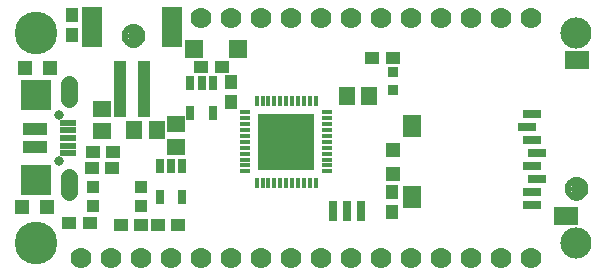
<source format=gbr>
G04 EAGLE Gerber RS-274X export*
G75*
%MOMM*%
%FSLAX34Y34*%
%LPD*%
%INSoldermask Top*%
%IPPOS*%
%AMOC8*
5,1,8,0,0,1.08239X$1,22.5*%
G01*
%ADD10C,2.641600*%
%ADD11R,1.601600X1.341600*%
%ADD12R,1.101600X1.201600*%
%ADD13R,1.201600X1.101600*%
%ADD14R,1.341600X1.601600*%
%ADD15R,1.301600X1.301600*%
%ADD16R,0.351600X0.901600*%
%ADD17R,0.901600X0.351600*%
%ADD18R,4.801600X4.801600*%
%ADD19C,1.101600*%
%ADD20C,0.500000*%
%ADD21R,1.101600X1.101600*%
%ADD22C,3.617600*%
%ADD23R,0.801600X1.801600*%
%ADD24C,0.801600*%
%ADD25R,2.601600X2.601600*%
%ADD26C,1.409600*%
%ADD27R,2.101600X1.101600*%
%ADD28R,1.450000X0.500000*%
%ADD29R,0.651600X1.301600*%
%ADD30R,1.501600X1.501600*%
%ADD31C,1.778000*%
%ADD32R,1.101600X4.701600*%
%ADD33R,1.701600X3.501600*%
%ADD34R,2.001600X1.501600*%
%ADD35R,1.501600X1.901600*%
%ADD36R,1.601600X0.801600*%
%ADD37R,0.901600X0.901600*%


D10*
X482600Y203200D03*
X482600Y25400D03*
D11*
X80880Y120090D03*
X80880Y139090D03*
D12*
X190670Y144410D03*
X190670Y161410D03*
D11*
X143660Y125740D03*
X143660Y106740D03*
D13*
X73690Y102680D03*
X90690Y102680D03*
X72998Y88787D03*
X89998Y88787D03*
D14*
X307728Y149556D03*
X288728Y149556D03*
D15*
X15950Y173590D03*
X36950Y173590D03*
D16*
X212182Y76266D03*
X217182Y76266D03*
X222182Y76266D03*
X227182Y76266D03*
X232182Y76266D03*
X237182Y76266D03*
X242182Y76266D03*
X247182Y76266D03*
X252182Y76266D03*
X257182Y76266D03*
X262182Y76266D03*
D17*
X271932Y86016D03*
X271932Y91016D03*
X271932Y96016D03*
X271932Y101016D03*
X271932Y106016D03*
X271932Y111016D03*
X271932Y116016D03*
X271932Y121016D03*
X271932Y126016D03*
X271932Y131016D03*
X271932Y136016D03*
D16*
X262182Y145766D03*
X257182Y145766D03*
X252182Y145766D03*
X247182Y145766D03*
X242182Y145766D03*
X237182Y145766D03*
X232182Y145766D03*
X227182Y145766D03*
X222182Y145766D03*
X217182Y145766D03*
X212182Y145766D03*
D17*
X202432Y136016D03*
X202432Y131016D03*
X202432Y126016D03*
X202432Y121016D03*
X202432Y116016D03*
X202432Y111016D03*
X202432Y106016D03*
X202432Y101016D03*
X202432Y96016D03*
X202432Y91016D03*
X202432Y86016D03*
D18*
X237182Y111016D03*
D13*
X97418Y40906D03*
X114418Y40906D03*
D12*
X55880Y218050D03*
X55880Y201050D03*
D19*
X107950Y200660D03*
D20*
X115450Y200660D02*
X115448Y200841D01*
X115441Y201022D01*
X115430Y201203D01*
X115415Y201384D01*
X115395Y201564D01*
X115371Y201744D01*
X115343Y201923D01*
X115310Y202101D01*
X115273Y202278D01*
X115232Y202455D01*
X115187Y202630D01*
X115137Y202805D01*
X115083Y202978D01*
X115025Y203149D01*
X114963Y203320D01*
X114896Y203488D01*
X114826Y203655D01*
X114752Y203821D01*
X114673Y203984D01*
X114591Y204145D01*
X114505Y204305D01*
X114415Y204462D01*
X114321Y204617D01*
X114224Y204770D01*
X114122Y204920D01*
X114018Y205068D01*
X113909Y205214D01*
X113798Y205356D01*
X113682Y205496D01*
X113564Y205633D01*
X113442Y205768D01*
X113317Y205899D01*
X113189Y206027D01*
X113058Y206152D01*
X112923Y206274D01*
X112786Y206392D01*
X112646Y206508D01*
X112504Y206619D01*
X112358Y206728D01*
X112210Y206832D01*
X112060Y206934D01*
X111907Y207031D01*
X111752Y207125D01*
X111595Y207215D01*
X111435Y207301D01*
X111274Y207383D01*
X111111Y207462D01*
X110945Y207536D01*
X110778Y207606D01*
X110610Y207673D01*
X110439Y207735D01*
X110268Y207793D01*
X110095Y207847D01*
X109920Y207897D01*
X109745Y207942D01*
X109568Y207983D01*
X109391Y208020D01*
X109213Y208053D01*
X109034Y208081D01*
X108854Y208105D01*
X108674Y208125D01*
X108493Y208140D01*
X108312Y208151D01*
X108131Y208158D01*
X107950Y208160D01*
X115450Y200660D02*
X115448Y200479D01*
X115441Y200298D01*
X115430Y200117D01*
X115415Y199936D01*
X115395Y199756D01*
X115371Y199576D01*
X115343Y199397D01*
X115310Y199219D01*
X115273Y199042D01*
X115232Y198865D01*
X115187Y198690D01*
X115137Y198515D01*
X115083Y198342D01*
X115025Y198171D01*
X114963Y198000D01*
X114896Y197832D01*
X114826Y197665D01*
X114752Y197499D01*
X114673Y197336D01*
X114591Y197175D01*
X114505Y197015D01*
X114415Y196858D01*
X114321Y196703D01*
X114224Y196550D01*
X114122Y196400D01*
X114018Y196252D01*
X113909Y196106D01*
X113798Y195964D01*
X113682Y195824D01*
X113564Y195687D01*
X113442Y195552D01*
X113317Y195421D01*
X113189Y195293D01*
X113058Y195168D01*
X112923Y195046D01*
X112786Y194928D01*
X112646Y194812D01*
X112504Y194701D01*
X112358Y194592D01*
X112210Y194488D01*
X112060Y194386D01*
X111907Y194289D01*
X111752Y194195D01*
X111595Y194105D01*
X111435Y194019D01*
X111274Y193937D01*
X111111Y193858D01*
X110945Y193784D01*
X110778Y193714D01*
X110610Y193647D01*
X110439Y193585D01*
X110268Y193527D01*
X110095Y193473D01*
X109920Y193423D01*
X109745Y193378D01*
X109568Y193337D01*
X109391Y193300D01*
X109213Y193267D01*
X109034Y193239D01*
X108854Y193215D01*
X108674Y193195D01*
X108493Y193180D01*
X108312Y193169D01*
X108131Y193162D01*
X107950Y193160D01*
X107769Y193162D01*
X107588Y193169D01*
X107407Y193180D01*
X107226Y193195D01*
X107046Y193215D01*
X106866Y193239D01*
X106687Y193267D01*
X106509Y193300D01*
X106332Y193337D01*
X106155Y193378D01*
X105980Y193423D01*
X105805Y193473D01*
X105632Y193527D01*
X105461Y193585D01*
X105290Y193647D01*
X105122Y193714D01*
X104955Y193784D01*
X104789Y193858D01*
X104626Y193937D01*
X104465Y194019D01*
X104305Y194105D01*
X104148Y194195D01*
X103993Y194289D01*
X103840Y194386D01*
X103690Y194488D01*
X103542Y194592D01*
X103396Y194701D01*
X103254Y194812D01*
X103114Y194928D01*
X102977Y195046D01*
X102842Y195168D01*
X102711Y195293D01*
X102583Y195421D01*
X102458Y195552D01*
X102336Y195687D01*
X102218Y195824D01*
X102102Y195964D01*
X101991Y196106D01*
X101882Y196252D01*
X101778Y196400D01*
X101676Y196550D01*
X101579Y196703D01*
X101485Y196858D01*
X101395Y197015D01*
X101309Y197175D01*
X101227Y197336D01*
X101148Y197499D01*
X101074Y197665D01*
X101004Y197832D01*
X100937Y198000D01*
X100875Y198171D01*
X100817Y198342D01*
X100763Y198515D01*
X100713Y198690D01*
X100668Y198865D01*
X100627Y199042D01*
X100590Y199219D01*
X100557Y199397D01*
X100529Y199576D01*
X100505Y199756D01*
X100485Y199936D01*
X100470Y200117D01*
X100459Y200298D01*
X100452Y200479D01*
X100450Y200660D01*
X100452Y200841D01*
X100459Y201022D01*
X100470Y201203D01*
X100485Y201384D01*
X100505Y201564D01*
X100529Y201744D01*
X100557Y201923D01*
X100590Y202101D01*
X100627Y202278D01*
X100668Y202455D01*
X100713Y202630D01*
X100763Y202805D01*
X100817Y202978D01*
X100875Y203149D01*
X100937Y203320D01*
X101004Y203488D01*
X101074Y203655D01*
X101148Y203821D01*
X101227Y203984D01*
X101309Y204145D01*
X101395Y204305D01*
X101485Y204462D01*
X101579Y204617D01*
X101676Y204770D01*
X101778Y204920D01*
X101882Y205068D01*
X101991Y205214D01*
X102102Y205356D01*
X102218Y205496D01*
X102336Y205633D01*
X102458Y205768D01*
X102583Y205899D01*
X102711Y206027D01*
X102842Y206152D01*
X102977Y206274D01*
X103114Y206392D01*
X103254Y206508D01*
X103396Y206619D01*
X103542Y206728D01*
X103690Y206832D01*
X103840Y206934D01*
X103993Y207031D01*
X104148Y207125D01*
X104305Y207215D01*
X104465Y207301D01*
X104626Y207383D01*
X104789Y207462D01*
X104955Y207536D01*
X105122Y207606D01*
X105290Y207673D01*
X105461Y207735D01*
X105632Y207793D01*
X105805Y207847D01*
X105980Y207897D01*
X106155Y207942D01*
X106332Y207983D01*
X106509Y208020D01*
X106687Y208053D01*
X106866Y208081D01*
X107046Y208105D01*
X107226Y208125D01*
X107407Y208140D01*
X107588Y208151D01*
X107769Y208158D01*
X107950Y208160D01*
D19*
X483072Y71190D03*
D20*
X490572Y71190D02*
X490570Y71371D01*
X490563Y71552D01*
X490552Y71733D01*
X490537Y71914D01*
X490517Y72094D01*
X490493Y72274D01*
X490465Y72453D01*
X490432Y72631D01*
X490395Y72808D01*
X490354Y72985D01*
X490309Y73160D01*
X490259Y73335D01*
X490205Y73508D01*
X490147Y73679D01*
X490085Y73850D01*
X490018Y74018D01*
X489948Y74185D01*
X489874Y74351D01*
X489795Y74514D01*
X489713Y74675D01*
X489627Y74835D01*
X489537Y74992D01*
X489443Y75147D01*
X489346Y75300D01*
X489244Y75450D01*
X489140Y75598D01*
X489031Y75744D01*
X488920Y75886D01*
X488804Y76026D01*
X488686Y76163D01*
X488564Y76298D01*
X488439Y76429D01*
X488311Y76557D01*
X488180Y76682D01*
X488045Y76804D01*
X487908Y76922D01*
X487768Y77038D01*
X487626Y77149D01*
X487480Y77258D01*
X487332Y77362D01*
X487182Y77464D01*
X487029Y77561D01*
X486874Y77655D01*
X486717Y77745D01*
X486557Y77831D01*
X486396Y77913D01*
X486233Y77992D01*
X486067Y78066D01*
X485900Y78136D01*
X485732Y78203D01*
X485561Y78265D01*
X485390Y78323D01*
X485217Y78377D01*
X485042Y78427D01*
X484867Y78472D01*
X484690Y78513D01*
X484513Y78550D01*
X484335Y78583D01*
X484156Y78611D01*
X483976Y78635D01*
X483796Y78655D01*
X483615Y78670D01*
X483434Y78681D01*
X483253Y78688D01*
X483072Y78690D01*
X490572Y71190D02*
X490570Y71009D01*
X490563Y70828D01*
X490552Y70647D01*
X490537Y70466D01*
X490517Y70286D01*
X490493Y70106D01*
X490465Y69927D01*
X490432Y69749D01*
X490395Y69572D01*
X490354Y69395D01*
X490309Y69220D01*
X490259Y69045D01*
X490205Y68872D01*
X490147Y68701D01*
X490085Y68530D01*
X490018Y68362D01*
X489948Y68195D01*
X489874Y68029D01*
X489795Y67866D01*
X489713Y67705D01*
X489627Y67545D01*
X489537Y67388D01*
X489443Y67233D01*
X489346Y67080D01*
X489244Y66930D01*
X489140Y66782D01*
X489031Y66636D01*
X488920Y66494D01*
X488804Y66354D01*
X488686Y66217D01*
X488564Y66082D01*
X488439Y65951D01*
X488311Y65823D01*
X488180Y65698D01*
X488045Y65576D01*
X487908Y65458D01*
X487768Y65342D01*
X487626Y65231D01*
X487480Y65122D01*
X487332Y65018D01*
X487182Y64916D01*
X487029Y64819D01*
X486874Y64725D01*
X486717Y64635D01*
X486557Y64549D01*
X486396Y64467D01*
X486233Y64388D01*
X486067Y64314D01*
X485900Y64244D01*
X485732Y64177D01*
X485561Y64115D01*
X485390Y64057D01*
X485217Y64003D01*
X485042Y63953D01*
X484867Y63908D01*
X484690Y63867D01*
X484513Y63830D01*
X484335Y63797D01*
X484156Y63769D01*
X483976Y63745D01*
X483796Y63725D01*
X483615Y63710D01*
X483434Y63699D01*
X483253Y63692D01*
X483072Y63690D01*
X482891Y63692D01*
X482710Y63699D01*
X482529Y63710D01*
X482348Y63725D01*
X482168Y63745D01*
X481988Y63769D01*
X481809Y63797D01*
X481631Y63830D01*
X481454Y63867D01*
X481277Y63908D01*
X481102Y63953D01*
X480927Y64003D01*
X480754Y64057D01*
X480583Y64115D01*
X480412Y64177D01*
X480244Y64244D01*
X480077Y64314D01*
X479911Y64388D01*
X479748Y64467D01*
X479587Y64549D01*
X479427Y64635D01*
X479270Y64725D01*
X479115Y64819D01*
X478962Y64916D01*
X478812Y65018D01*
X478664Y65122D01*
X478518Y65231D01*
X478376Y65342D01*
X478236Y65458D01*
X478099Y65576D01*
X477964Y65698D01*
X477833Y65823D01*
X477705Y65951D01*
X477580Y66082D01*
X477458Y66217D01*
X477340Y66354D01*
X477224Y66494D01*
X477113Y66636D01*
X477004Y66782D01*
X476900Y66930D01*
X476798Y67080D01*
X476701Y67233D01*
X476607Y67388D01*
X476517Y67545D01*
X476431Y67705D01*
X476349Y67866D01*
X476270Y68029D01*
X476196Y68195D01*
X476126Y68362D01*
X476059Y68530D01*
X475997Y68701D01*
X475939Y68872D01*
X475885Y69045D01*
X475835Y69220D01*
X475790Y69395D01*
X475749Y69572D01*
X475712Y69749D01*
X475679Y69927D01*
X475651Y70106D01*
X475627Y70286D01*
X475607Y70466D01*
X475592Y70647D01*
X475581Y70828D01*
X475574Y71009D01*
X475572Y71190D01*
X475574Y71371D01*
X475581Y71552D01*
X475592Y71733D01*
X475607Y71914D01*
X475627Y72094D01*
X475651Y72274D01*
X475679Y72453D01*
X475712Y72631D01*
X475749Y72808D01*
X475790Y72985D01*
X475835Y73160D01*
X475885Y73335D01*
X475939Y73508D01*
X475997Y73679D01*
X476059Y73850D01*
X476126Y74018D01*
X476196Y74185D01*
X476270Y74351D01*
X476349Y74514D01*
X476431Y74675D01*
X476517Y74835D01*
X476607Y74992D01*
X476701Y75147D01*
X476798Y75300D01*
X476900Y75450D01*
X477004Y75598D01*
X477113Y75744D01*
X477224Y75886D01*
X477340Y76026D01*
X477458Y76163D01*
X477580Y76298D01*
X477705Y76429D01*
X477833Y76557D01*
X477964Y76682D01*
X478099Y76804D01*
X478236Y76922D01*
X478376Y77038D01*
X478518Y77149D01*
X478664Y77258D01*
X478812Y77362D01*
X478962Y77464D01*
X479115Y77561D01*
X479270Y77655D01*
X479427Y77745D01*
X479587Y77831D01*
X479748Y77913D01*
X479911Y77992D01*
X480077Y78066D01*
X480244Y78136D01*
X480412Y78203D01*
X480583Y78265D01*
X480754Y78323D01*
X480927Y78377D01*
X481102Y78427D01*
X481277Y78472D01*
X481454Y78513D01*
X481631Y78550D01*
X481809Y78583D01*
X481988Y78611D01*
X482168Y78635D01*
X482348Y78655D01*
X482529Y78670D01*
X482710Y78681D01*
X482891Y78688D01*
X483072Y78690D01*
D21*
X73980Y56770D03*
X73980Y72770D03*
X113980Y72770D03*
X113980Y56770D03*
D22*
X25400Y203200D03*
X25400Y25400D03*
D23*
X300816Y52596D03*
X288816Y52596D03*
X276816Y52596D03*
D24*
X44450Y133800D03*
X44450Y94800D03*
D25*
X25450Y78300D03*
X25450Y150300D03*
D26*
X53450Y147300D02*
X53450Y160380D01*
X53450Y81300D02*
X53450Y68220D01*
D27*
X24450Y121800D03*
X24450Y106800D03*
D28*
X52200Y127300D03*
X52200Y120800D03*
X52200Y114300D03*
X52200Y107800D03*
X52200Y101300D03*
D29*
X175108Y161083D03*
X165608Y161083D03*
X156108Y161083D03*
X156108Y135081D03*
X175108Y135081D03*
D30*
X196300Y189230D03*
X159300Y189230D03*
D31*
X444500Y12700D03*
X419100Y12700D03*
X393700Y12700D03*
X368300Y12700D03*
X342900Y12700D03*
X317500Y12700D03*
X292100Y12700D03*
X266700Y12700D03*
X241300Y12700D03*
X215900Y12700D03*
X190500Y12700D03*
X165100Y12700D03*
X139700Y12700D03*
X114300Y12700D03*
X88900Y12700D03*
X63500Y12700D03*
D32*
X96680Y156040D03*
X116680Y156040D03*
D33*
X72680Y208040D03*
X140680Y208040D03*
D31*
X165100Y215900D03*
X190500Y215900D03*
X215900Y215900D03*
X241300Y215900D03*
X266700Y215900D03*
X292100Y215900D03*
X317500Y215900D03*
X342900Y215900D03*
X368300Y215900D03*
X393700Y215900D03*
X419100Y215900D03*
X444500Y215900D03*
D29*
X149200Y90471D03*
X139700Y90471D03*
X130200Y90471D03*
X130200Y64469D03*
X149200Y64469D03*
D15*
X34630Y55880D03*
X13630Y55880D03*
D13*
X53730Y41910D03*
X70730Y41910D03*
D14*
X108610Y120650D03*
X127610Y120650D03*
D13*
X145660Y40640D03*
X128660Y40640D03*
D34*
X474490Y48450D03*
X483490Y180450D03*
D35*
X343490Y64450D03*
X343490Y124450D03*
D36*
X445490Y57450D03*
X445490Y68450D03*
X449490Y79450D03*
X445490Y90450D03*
X449490Y101450D03*
X445490Y112450D03*
X441490Y123450D03*
X445490Y134450D03*
D15*
X327660Y83480D03*
X327660Y104480D03*
D12*
X326390Y68190D03*
X326390Y51190D03*
D13*
X310270Y181610D03*
X327270Y181610D03*
D37*
X327660Y170180D03*
X327660Y154940D03*
D13*
X182490Y174244D03*
X165490Y174244D03*
M02*

</source>
